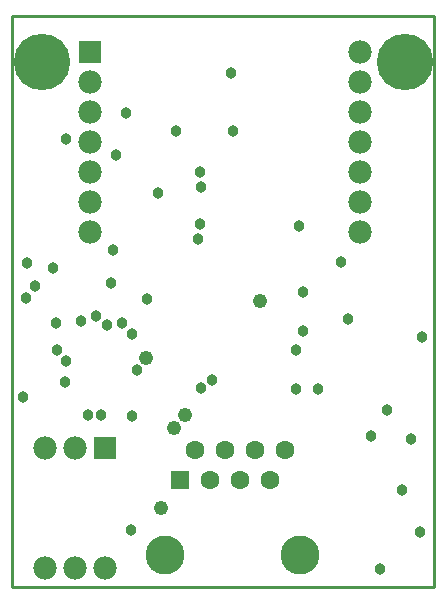
<source format=gbs>
G04*
G04 #@! TF.GenerationSoftware,Altium Limited,Altium Designer,19.1.8 (144)*
G04*
G04 Layer_Color=16711935*
%FSLAX24Y24*%
%MOIN*%
G70*
G01*
G75*
%ADD11C,0.0100*%
%ADD28C,0.1300*%
%ADD29C,0.0631*%
%ADD30R,0.0631X0.0631*%
%ADD31R,0.0780X0.0780*%
%ADD32C,0.0780*%
%ADD33C,0.1880*%
%ADD34R,0.0780X0.0780*%
%ADD35C,0.0380*%
%ADD36C,0.0480*%
D11*
X10000Y10000D02*
Y29050D01*
X24050D01*
X24050Y10000D01*
X10000D02*
X24050D01*
D28*
X15100Y11059D02*
D03*
X19600D02*
D03*
D29*
X17600Y13559D02*
D03*
X17100Y14559D02*
D03*
X18100D02*
D03*
X16600Y13559D02*
D03*
X18600D02*
D03*
X16100Y14559D02*
D03*
X19100D02*
D03*
D30*
X15600Y13559D02*
D03*
D31*
X12600Y27850D02*
D03*
D32*
Y26850D02*
D03*
Y25850D02*
D03*
Y24850D02*
D03*
Y23850D02*
D03*
Y22850D02*
D03*
Y21850D02*
D03*
X21600Y27850D02*
D03*
Y26850D02*
D03*
Y25850D02*
D03*
Y24850D02*
D03*
Y23850D02*
D03*
Y22850D02*
D03*
Y21850D02*
D03*
X12100Y14650D02*
D03*
X11100D02*
D03*
X13100Y10650D02*
D03*
X12100D02*
D03*
X11100D02*
D03*
D33*
X11000Y27500D02*
D03*
X23100D02*
D03*
D34*
X13100Y14650D02*
D03*
D35*
X17300Y27150D02*
D03*
X10350Y16350D02*
D03*
X11500Y17900D02*
D03*
X10450Y19650D02*
D03*
X13650Y18800D02*
D03*
X16250Y22100D02*
D03*
X12300Y18870D02*
D03*
X23650Y18350D02*
D03*
X23300Y14950D02*
D03*
X12950Y15750D02*
D03*
X11750Y16850D02*
D03*
X17350Y25200D02*
D03*
X16250Y23850D02*
D03*
X11800Y17550D02*
D03*
X23000Y13250D02*
D03*
X21200Y18950D02*
D03*
X20950Y20850D02*
D03*
X10500Y20800D02*
D03*
X11350Y20650D02*
D03*
X11450Y18800D02*
D03*
X14000Y18450D02*
D03*
X14150Y17250D02*
D03*
X10750Y20050D02*
D03*
X23600Y11850D02*
D03*
X13950Y11900D02*
D03*
X16200Y21600D02*
D03*
X16300Y16650D02*
D03*
X16650Y16900D02*
D03*
X13150Y18750D02*
D03*
X12800Y19050D02*
D03*
X12534Y15734D02*
D03*
X14000Y15700D02*
D03*
X16300Y23350D02*
D03*
X13350Y21250D02*
D03*
X11800Y24950D02*
D03*
X13800Y25800D02*
D03*
X13450Y24400D02*
D03*
X13300Y20150D02*
D03*
X14850Y23150D02*
D03*
X15450Y25200D02*
D03*
X14500Y19600D02*
D03*
X19550Y22050D02*
D03*
X20200Y16600D02*
D03*
X22500Y15900D02*
D03*
X22250Y10600D02*
D03*
X21950Y15050D02*
D03*
X19450Y17900D02*
D03*
Y16600D02*
D03*
X19700Y18550D02*
D03*
Y19850D02*
D03*
D36*
X15750Y15750D02*
D03*
X15400Y15300D02*
D03*
X14950Y12650D02*
D03*
X18250Y19550D02*
D03*
X14450Y17650D02*
D03*
M02*

</source>
